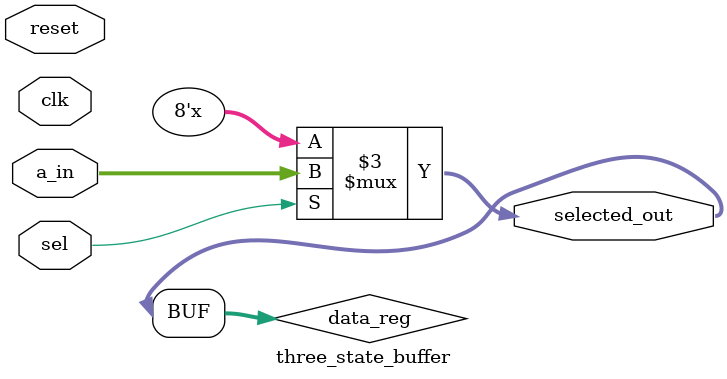
<source format=v>
`timescale 1ns / 1ps


module dedicated (
    input        clk,
    input        reset,
    output [7:0] led,
    output [3:0] fndcom,
    output [7:0] fndfont
);


    wire i_less_than_10, i_src_mux_sel, i_load, out_buff_sel;
    wire w_tick;

    clk_div_count U_clk_div_count (
        .clk  (clk),
        .reset(reset),
        .tick (w_tick)
    );

    counter_control_unit U_counter_control_unit (
        .clk           (clk),
        .reset         (reset),
        .tick          (w_tick),
        .i_less_than_10(i_less_than_10),
        .i_src_mux_sel (i_src_mux_sel),
        .i_load        (i_load),
        .out_buff_sel  (out_buff_sel)
    );

    counter_datapath U_counter_datapath (
        .clk           (clk),
        .reset         (reset),
        .i_src_mux_sel (i_src_mux_sel),
        .i_load        (i_load),
        .out_buff_sel  (out_buff_sel),
        .i_less_than_10(i_less_than_10),
        .outport       (led)
    );

    fnd_controller U_fnd_controller (
        .clk       (clk),
        .reset     (reset),
        .sum_result(led),
        .fndcom    (fndcom),
        .fndfont   (fndfont)
    );
endmodule

module clk_div_count (
    input      clk,
    input      reset,
    output reg tick
);

    reg [$clog2(100_000_000) - 1 : 0] counter;

    always @(posedge clk, posedge reset) begin
        if (reset) begin
            counter <= 0;
            tick <= 0;
        end else begin
            if (counter == 100_000_000 - 1) begin
                counter <= 0;
                tick    <= 1;
            end else begin
                counter <= counter + 1;
                tick    <= 0;
            end
        end
    end

endmodule

module counter_control_unit (
    input      clk,
    input      reset,
    input      i_less_than_10,
    input      tick,
    output reg i_src_mux_sel,
    output reg i_load,
    output reg out_buff_sel
);

    reg [2:0] state_reg, state_next;

    localparam S0 = 0, S1 = 1, S2 = 2, S3 = 3, S4 = 4;

    always @(posedge clk, posedge reset) begin
        if (reset) begin
            state_reg <= 0;
        end else begin
            state_reg <= state_next;
        end
    end
    always @(*) begin
        state_next = state_reg;
        case (state_reg)
            S0: begin
                state_next = S1;
            end
            S1: begin
                if (i_less_than_10) begin
                    state_next = S2;
                end else begin
                    state_next = S4;
                end
            end
            S2: begin
                state_next = S3;
            end
            S3: begin
                if (tick) begin
                    state_next = S1;
                end
            end
            S4: begin
                state_next = S4;
            end
        endcase
    end

    always @(*) begin
        i_src_mux_sel = 0;
        i_load        = 0;
        out_buff_sel  = 0;
        case (state_reg)
            S0: begin
                i_src_mux_sel = 0;
                i_load        = 1;
                out_buff_sel  = 0;
            end
            S1: begin
                i_src_mux_sel = 0;
                i_load        = 0;
                out_buff_sel  = 0;
            end
            S2: begin
                i_src_mux_sel = 0;
                i_load        = 0;
                out_buff_sel  = 1;
            end
            S3: begin
                i_src_mux_sel = 1;
                i_load        = 1;
                out_buff_sel  = 0;
            end
            S4: begin
                i_src_mux_sel = 0;
                i_load        = 0;
                out_buff_sel  = 0;
            end
        endcase
    end
endmodule


module counter_datapath (
    input        clk,
    input        reset,
    input        i_src_mux_sel,
    input        i_load,
    input        out_buff_sel,
    output       i_less_than_10,
    output [7:0] outport
);

    wire [7:0] w_sum_result, w_mux_out, w_q_out;

    mux_2x1 U_mux_2x1 (
        .sel(i_src_mux_sel),
        .x0 (8'b0),
        .x1 (w_sum_result),
        .y0 (w_mux_out)
    );

    register U_register (
        .clk  (clk),
        .reset(reset),
        .load (i_load),
        .d_in (w_mux_out),
        .q_out(w_q_out)
    );

    comparator U_comparator (
        .a_in(w_q_out),
        .b_in(8'd10),
        .less_than(i_less_than_10)
    );

    adder U_adder (
        .a_in(w_q_out),
        .b_in(8'd1),
        .sum_result(w_sum_result)
    );

    three_state_buffer U_three_state_buffer (
        .a_in(w_q_out),
        .sel(out_buff_sel),
        .selected_out(outport)
    );
endmodule

module mux_2x1 (
    input            sel,
    input      [7:0] x0,
    input      [7:0] x1,
    output reg [7:0] y0
);

    always @(*) begin
        case (sel)
            1'b0: begin
                y0 = x0;
            end
            1'b1: begin
                y0 = x1;
            end
            default: y0 = 8'bx;
        endcase
    end
endmodule

module register (
    input        clk,
    input        reset,
    input        load,
    input  [7:0] d_in,
    output [7:0] q_out
);

    reg [7:0] q_reg;

    assign q_out = q_reg;

    always @(posedge clk, posedge reset) begin
        if (reset) begin
            q_reg <= 0;
        end else begin
            if (load) begin
                q_reg <= d_in;
            end
        end
    end
endmodule

module comparator (
    input  [7:0] a_in,
    input  [7:0] b_in,
    output       less_than
);

    assign less_than = (a_in < b_in);
endmodule

module adder (
    input  [7:0] a_in,
    input  [7:0] b_in,
    output [7:0] sum_result
);

    assign sum_result = a_in + b_in;
endmodule

module three_state_buffer (
    input        clk,
    input        reset,
    input  [7:0] a_in,
    input        sel,
    output [7:0] selected_out
);

    reg [7:0] data_reg;

    assign selected_out = data_reg;


    always @(*) begin
        data_reg = data_reg;
        if (sel) begin
            data_reg = a_in;
        end
    end
endmodule

</source>
